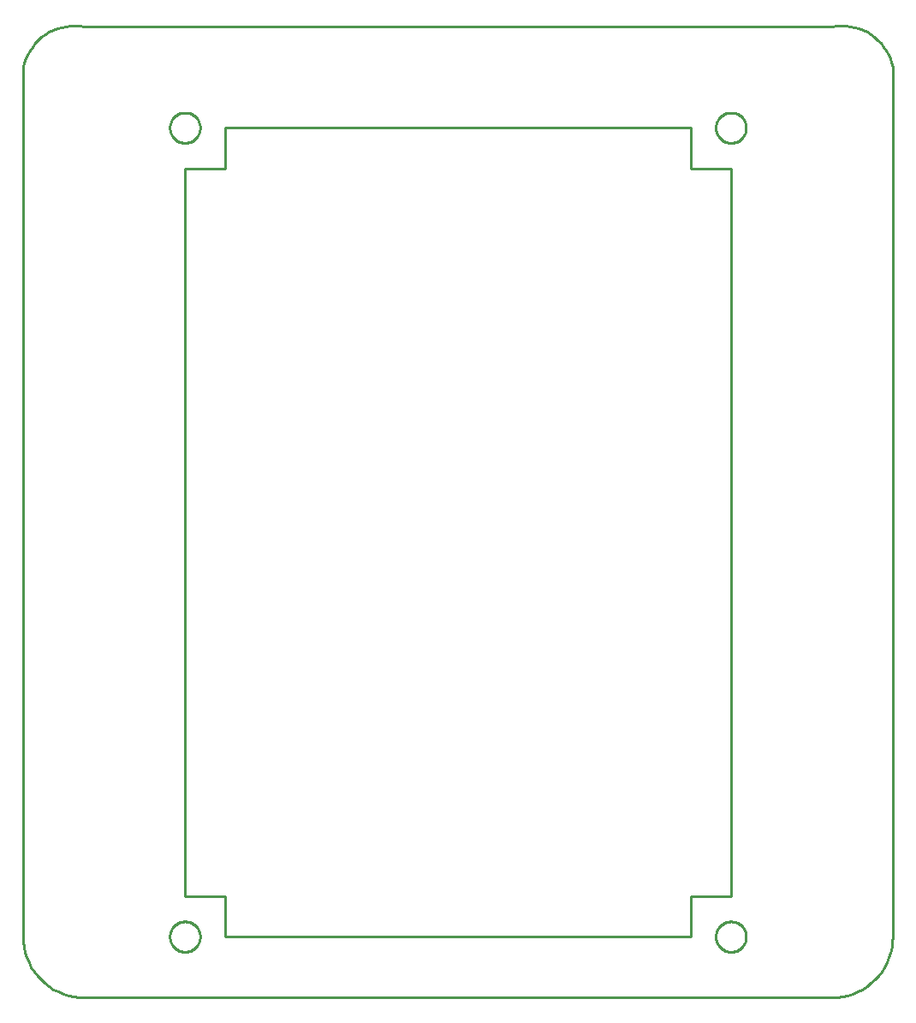
<source format=gbr>
G04 EAGLE Gerber RS-274X export*
G75*
%MOMM*%
%FSLAX34Y34*%
%LPD*%
%IN*%
%IPPOS*%
%AMOC8*
5,1,8,0,0,1.08239X$1,22.5*%
G01*
%ADD10C,0.000000*%
%ADD11C,0.010000*%
%ADD12C,0.254000*%


D10*
X15000Y30000D02*
X15005Y30368D01*
X15018Y30736D01*
X15041Y31103D01*
X15072Y31470D01*
X15113Y31836D01*
X15162Y32201D01*
X15221Y32564D01*
X15288Y32926D01*
X15364Y33287D01*
X15450Y33645D01*
X15543Y34001D01*
X15646Y34354D01*
X15757Y34705D01*
X15877Y35053D01*
X16005Y35398D01*
X16142Y35740D01*
X16287Y36079D01*
X16440Y36413D01*
X16602Y36744D01*
X16771Y37071D01*
X16949Y37393D01*
X17134Y37712D01*
X17327Y38025D01*
X17528Y38334D01*
X17736Y38637D01*
X17952Y38935D01*
X18175Y39228D01*
X18405Y39516D01*
X18642Y39798D01*
X18886Y40073D01*
X19136Y40343D01*
X19393Y40607D01*
X19657Y40864D01*
X19927Y41114D01*
X20202Y41358D01*
X20484Y41595D01*
X20772Y41825D01*
X21065Y42048D01*
X21363Y42264D01*
X21666Y42472D01*
X21975Y42673D01*
X22288Y42866D01*
X22607Y43051D01*
X22929Y43229D01*
X23256Y43398D01*
X23587Y43560D01*
X23921Y43713D01*
X24260Y43858D01*
X24602Y43995D01*
X24947Y44123D01*
X25295Y44243D01*
X25646Y44354D01*
X25999Y44457D01*
X26355Y44550D01*
X26713Y44636D01*
X27074Y44712D01*
X27436Y44779D01*
X27799Y44838D01*
X28164Y44887D01*
X28530Y44928D01*
X28897Y44959D01*
X29264Y44982D01*
X29632Y44995D01*
X30000Y45000D01*
X30368Y44995D01*
X30736Y44982D01*
X31103Y44959D01*
X31470Y44928D01*
X31836Y44887D01*
X32201Y44838D01*
X32564Y44779D01*
X32926Y44712D01*
X33287Y44636D01*
X33645Y44550D01*
X34001Y44457D01*
X34354Y44354D01*
X34705Y44243D01*
X35053Y44123D01*
X35398Y43995D01*
X35740Y43858D01*
X36079Y43713D01*
X36413Y43560D01*
X36744Y43398D01*
X37071Y43229D01*
X37393Y43051D01*
X37712Y42866D01*
X38025Y42673D01*
X38334Y42472D01*
X38637Y42264D01*
X38935Y42048D01*
X39228Y41825D01*
X39516Y41595D01*
X39798Y41358D01*
X40073Y41114D01*
X40343Y40864D01*
X40607Y40607D01*
X40864Y40343D01*
X41114Y40073D01*
X41358Y39798D01*
X41595Y39516D01*
X41825Y39228D01*
X42048Y38935D01*
X42264Y38637D01*
X42472Y38334D01*
X42673Y38025D01*
X42866Y37712D01*
X43051Y37393D01*
X43229Y37071D01*
X43398Y36744D01*
X43560Y36413D01*
X43713Y36079D01*
X43858Y35740D01*
X43995Y35398D01*
X44123Y35053D01*
X44243Y34705D01*
X44354Y34354D01*
X44457Y34001D01*
X44550Y33645D01*
X44636Y33287D01*
X44712Y32926D01*
X44779Y32564D01*
X44838Y32201D01*
X44887Y31836D01*
X44928Y31470D01*
X44959Y31103D01*
X44982Y30736D01*
X44995Y30368D01*
X45000Y30000D01*
X44995Y29632D01*
X44982Y29264D01*
X44959Y28897D01*
X44928Y28530D01*
X44887Y28164D01*
X44838Y27799D01*
X44779Y27436D01*
X44712Y27074D01*
X44636Y26713D01*
X44550Y26355D01*
X44457Y25999D01*
X44354Y25646D01*
X44243Y25295D01*
X44123Y24947D01*
X43995Y24602D01*
X43858Y24260D01*
X43713Y23921D01*
X43560Y23587D01*
X43398Y23256D01*
X43229Y22929D01*
X43051Y22607D01*
X42866Y22288D01*
X42673Y21975D01*
X42472Y21666D01*
X42264Y21363D01*
X42048Y21065D01*
X41825Y20772D01*
X41595Y20484D01*
X41358Y20202D01*
X41114Y19927D01*
X40864Y19657D01*
X40607Y19393D01*
X40343Y19136D01*
X40073Y18886D01*
X39798Y18642D01*
X39516Y18405D01*
X39228Y18175D01*
X38935Y17952D01*
X38637Y17736D01*
X38334Y17528D01*
X38025Y17327D01*
X37712Y17134D01*
X37393Y16949D01*
X37071Y16771D01*
X36744Y16602D01*
X36413Y16440D01*
X36079Y16287D01*
X35740Y16142D01*
X35398Y16005D01*
X35053Y15877D01*
X34705Y15757D01*
X34354Y15646D01*
X34001Y15543D01*
X33645Y15450D01*
X33287Y15364D01*
X32926Y15288D01*
X32564Y15221D01*
X32201Y15162D01*
X31836Y15113D01*
X31470Y15072D01*
X31103Y15041D01*
X30736Y15018D01*
X30368Y15005D01*
X30000Y15000D01*
X29632Y15005D01*
X29264Y15018D01*
X28897Y15041D01*
X28530Y15072D01*
X28164Y15113D01*
X27799Y15162D01*
X27436Y15221D01*
X27074Y15288D01*
X26713Y15364D01*
X26355Y15450D01*
X25999Y15543D01*
X25646Y15646D01*
X25295Y15757D01*
X24947Y15877D01*
X24602Y16005D01*
X24260Y16142D01*
X23921Y16287D01*
X23587Y16440D01*
X23256Y16602D01*
X22929Y16771D01*
X22607Y16949D01*
X22288Y17134D01*
X21975Y17327D01*
X21666Y17528D01*
X21363Y17736D01*
X21065Y17952D01*
X20772Y18175D01*
X20484Y18405D01*
X20202Y18642D01*
X19927Y18886D01*
X19657Y19136D01*
X19393Y19393D01*
X19136Y19657D01*
X18886Y19927D01*
X18642Y20202D01*
X18405Y20484D01*
X18175Y20772D01*
X17952Y21065D01*
X17736Y21363D01*
X17528Y21666D01*
X17327Y21975D01*
X17134Y22288D01*
X16949Y22607D01*
X16771Y22929D01*
X16602Y23256D01*
X16440Y23587D01*
X16287Y23921D01*
X16142Y24260D01*
X16005Y24602D01*
X15877Y24947D01*
X15757Y25295D01*
X15646Y25646D01*
X15543Y25999D01*
X15450Y26355D01*
X15364Y26713D01*
X15288Y27074D01*
X15221Y27436D01*
X15162Y27799D01*
X15113Y28164D01*
X15072Y28530D01*
X15041Y28897D01*
X15018Y29264D01*
X15005Y29632D01*
X15000Y30000D01*
X555000Y30000D02*
X555005Y30368D01*
X555018Y30736D01*
X555041Y31103D01*
X555072Y31470D01*
X555113Y31836D01*
X555162Y32201D01*
X555221Y32564D01*
X555288Y32926D01*
X555364Y33287D01*
X555450Y33645D01*
X555543Y34001D01*
X555646Y34354D01*
X555757Y34705D01*
X555877Y35053D01*
X556005Y35398D01*
X556142Y35740D01*
X556287Y36079D01*
X556440Y36413D01*
X556602Y36744D01*
X556771Y37071D01*
X556949Y37393D01*
X557134Y37712D01*
X557327Y38025D01*
X557528Y38334D01*
X557736Y38637D01*
X557952Y38935D01*
X558175Y39228D01*
X558405Y39516D01*
X558642Y39798D01*
X558886Y40073D01*
X559136Y40343D01*
X559393Y40607D01*
X559657Y40864D01*
X559927Y41114D01*
X560202Y41358D01*
X560484Y41595D01*
X560772Y41825D01*
X561065Y42048D01*
X561363Y42264D01*
X561666Y42472D01*
X561975Y42673D01*
X562288Y42866D01*
X562607Y43051D01*
X562929Y43229D01*
X563256Y43398D01*
X563587Y43560D01*
X563921Y43713D01*
X564260Y43858D01*
X564602Y43995D01*
X564947Y44123D01*
X565295Y44243D01*
X565646Y44354D01*
X565999Y44457D01*
X566355Y44550D01*
X566713Y44636D01*
X567074Y44712D01*
X567436Y44779D01*
X567799Y44838D01*
X568164Y44887D01*
X568530Y44928D01*
X568897Y44959D01*
X569264Y44982D01*
X569632Y44995D01*
X570000Y45000D01*
X570368Y44995D01*
X570736Y44982D01*
X571103Y44959D01*
X571470Y44928D01*
X571836Y44887D01*
X572201Y44838D01*
X572564Y44779D01*
X572926Y44712D01*
X573287Y44636D01*
X573645Y44550D01*
X574001Y44457D01*
X574354Y44354D01*
X574705Y44243D01*
X575053Y44123D01*
X575398Y43995D01*
X575740Y43858D01*
X576079Y43713D01*
X576413Y43560D01*
X576744Y43398D01*
X577071Y43229D01*
X577393Y43051D01*
X577712Y42866D01*
X578025Y42673D01*
X578334Y42472D01*
X578637Y42264D01*
X578935Y42048D01*
X579228Y41825D01*
X579516Y41595D01*
X579798Y41358D01*
X580073Y41114D01*
X580343Y40864D01*
X580607Y40607D01*
X580864Y40343D01*
X581114Y40073D01*
X581358Y39798D01*
X581595Y39516D01*
X581825Y39228D01*
X582048Y38935D01*
X582264Y38637D01*
X582472Y38334D01*
X582673Y38025D01*
X582866Y37712D01*
X583051Y37393D01*
X583229Y37071D01*
X583398Y36744D01*
X583560Y36413D01*
X583713Y36079D01*
X583858Y35740D01*
X583995Y35398D01*
X584123Y35053D01*
X584243Y34705D01*
X584354Y34354D01*
X584457Y34001D01*
X584550Y33645D01*
X584636Y33287D01*
X584712Y32926D01*
X584779Y32564D01*
X584838Y32201D01*
X584887Y31836D01*
X584928Y31470D01*
X584959Y31103D01*
X584982Y30736D01*
X584995Y30368D01*
X585000Y30000D01*
X584995Y29632D01*
X584982Y29264D01*
X584959Y28897D01*
X584928Y28530D01*
X584887Y28164D01*
X584838Y27799D01*
X584779Y27436D01*
X584712Y27074D01*
X584636Y26713D01*
X584550Y26355D01*
X584457Y25999D01*
X584354Y25646D01*
X584243Y25295D01*
X584123Y24947D01*
X583995Y24602D01*
X583858Y24260D01*
X583713Y23921D01*
X583560Y23587D01*
X583398Y23256D01*
X583229Y22929D01*
X583051Y22607D01*
X582866Y22288D01*
X582673Y21975D01*
X582472Y21666D01*
X582264Y21363D01*
X582048Y21065D01*
X581825Y20772D01*
X581595Y20484D01*
X581358Y20202D01*
X581114Y19927D01*
X580864Y19657D01*
X580607Y19393D01*
X580343Y19136D01*
X580073Y18886D01*
X579798Y18642D01*
X579516Y18405D01*
X579228Y18175D01*
X578935Y17952D01*
X578637Y17736D01*
X578334Y17528D01*
X578025Y17327D01*
X577712Y17134D01*
X577393Y16949D01*
X577071Y16771D01*
X576744Y16602D01*
X576413Y16440D01*
X576079Y16287D01*
X575740Y16142D01*
X575398Y16005D01*
X575053Y15877D01*
X574705Y15757D01*
X574354Y15646D01*
X574001Y15543D01*
X573645Y15450D01*
X573287Y15364D01*
X572926Y15288D01*
X572564Y15221D01*
X572201Y15162D01*
X571836Y15113D01*
X571470Y15072D01*
X571103Y15041D01*
X570736Y15018D01*
X570368Y15005D01*
X570000Y15000D01*
X569632Y15005D01*
X569264Y15018D01*
X568897Y15041D01*
X568530Y15072D01*
X568164Y15113D01*
X567799Y15162D01*
X567436Y15221D01*
X567074Y15288D01*
X566713Y15364D01*
X566355Y15450D01*
X565999Y15543D01*
X565646Y15646D01*
X565295Y15757D01*
X564947Y15877D01*
X564602Y16005D01*
X564260Y16142D01*
X563921Y16287D01*
X563587Y16440D01*
X563256Y16602D01*
X562929Y16771D01*
X562607Y16949D01*
X562288Y17134D01*
X561975Y17327D01*
X561666Y17528D01*
X561363Y17736D01*
X561065Y17952D01*
X560772Y18175D01*
X560484Y18405D01*
X560202Y18642D01*
X559927Y18886D01*
X559657Y19136D01*
X559393Y19393D01*
X559136Y19657D01*
X558886Y19927D01*
X558642Y20202D01*
X558405Y20484D01*
X558175Y20772D01*
X557952Y21065D01*
X557736Y21363D01*
X557528Y21666D01*
X557327Y21975D01*
X557134Y22288D01*
X556949Y22607D01*
X556771Y22929D01*
X556602Y23256D01*
X556440Y23587D01*
X556287Y23921D01*
X556142Y24260D01*
X556005Y24602D01*
X555877Y24947D01*
X555757Y25295D01*
X555646Y25646D01*
X555543Y25999D01*
X555450Y26355D01*
X555364Y26713D01*
X555288Y27074D01*
X555221Y27436D01*
X555162Y27799D01*
X555113Y28164D01*
X555072Y28530D01*
X555041Y28897D01*
X555018Y29264D01*
X555005Y29632D01*
X555000Y30000D01*
X555000Y830000D02*
X555005Y830368D01*
X555018Y830736D01*
X555041Y831103D01*
X555072Y831470D01*
X555113Y831836D01*
X555162Y832201D01*
X555221Y832564D01*
X555288Y832926D01*
X555364Y833287D01*
X555450Y833645D01*
X555543Y834001D01*
X555646Y834354D01*
X555757Y834705D01*
X555877Y835053D01*
X556005Y835398D01*
X556142Y835740D01*
X556287Y836079D01*
X556440Y836413D01*
X556602Y836744D01*
X556771Y837071D01*
X556949Y837393D01*
X557134Y837712D01*
X557327Y838025D01*
X557528Y838334D01*
X557736Y838637D01*
X557952Y838935D01*
X558175Y839228D01*
X558405Y839516D01*
X558642Y839798D01*
X558886Y840073D01*
X559136Y840343D01*
X559393Y840607D01*
X559657Y840864D01*
X559927Y841114D01*
X560202Y841358D01*
X560484Y841595D01*
X560772Y841825D01*
X561065Y842048D01*
X561363Y842264D01*
X561666Y842472D01*
X561975Y842673D01*
X562288Y842866D01*
X562607Y843051D01*
X562929Y843229D01*
X563256Y843398D01*
X563587Y843560D01*
X563921Y843713D01*
X564260Y843858D01*
X564602Y843995D01*
X564947Y844123D01*
X565295Y844243D01*
X565646Y844354D01*
X565999Y844457D01*
X566355Y844550D01*
X566713Y844636D01*
X567074Y844712D01*
X567436Y844779D01*
X567799Y844838D01*
X568164Y844887D01*
X568530Y844928D01*
X568897Y844959D01*
X569264Y844982D01*
X569632Y844995D01*
X570000Y845000D01*
X570368Y844995D01*
X570736Y844982D01*
X571103Y844959D01*
X571470Y844928D01*
X571836Y844887D01*
X572201Y844838D01*
X572564Y844779D01*
X572926Y844712D01*
X573287Y844636D01*
X573645Y844550D01*
X574001Y844457D01*
X574354Y844354D01*
X574705Y844243D01*
X575053Y844123D01*
X575398Y843995D01*
X575740Y843858D01*
X576079Y843713D01*
X576413Y843560D01*
X576744Y843398D01*
X577071Y843229D01*
X577393Y843051D01*
X577712Y842866D01*
X578025Y842673D01*
X578334Y842472D01*
X578637Y842264D01*
X578935Y842048D01*
X579228Y841825D01*
X579516Y841595D01*
X579798Y841358D01*
X580073Y841114D01*
X580343Y840864D01*
X580607Y840607D01*
X580864Y840343D01*
X581114Y840073D01*
X581358Y839798D01*
X581595Y839516D01*
X581825Y839228D01*
X582048Y838935D01*
X582264Y838637D01*
X582472Y838334D01*
X582673Y838025D01*
X582866Y837712D01*
X583051Y837393D01*
X583229Y837071D01*
X583398Y836744D01*
X583560Y836413D01*
X583713Y836079D01*
X583858Y835740D01*
X583995Y835398D01*
X584123Y835053D01*
X584243Y834705D01*
X584354Y834354D01*
X584457Y834001D01*
X584550Y833645D01*
X584636Y833287D01*
X584712Y832926D01*
X584779Y832564D01*
X584838Y832201D01*
X584887Y831836D01*
X584928Y831470D01*
X584959Y831103D01*
X584982Y830736D01*
X584995Y830368D01*
X585000Y830000D01*
X584995Y829632D01*
X584982Y829264D01*
X584959Y828897D01*
X584928Y828530D01*
X584887Y828164D01*
X584838Y827799D01*
X584779Y827436D01*
X584712Y827074D01*
X584636Y826713D01*
X584550Y826355D01*
X584457Y825999D01*
X584354Y825646D01*
X584243Y825295D01*
X584123Y824947D01*
X583995Y824602D01*
X583858Y824260D01*
X583713Y823921D01*
X583560Y823587D01*
X583398Y823256D01*
X583229Y822929D01*
X583051Y822607D01*
X582866Y822288D01*
X582673Y821975D01*
X582472Y821666D01*
X582264Y821363D01*
X582048Y821065D01*
X581825Y820772D01*
X581595Y820484D01*
X581358Y820202D01*
X581114Y819927D01*
X580864Y819657D01*
X580607Y819393D01*
X580343Y819136D01*
X580073Y818886D01*
X579798Y818642D01*
X579516Y818405D01*
X579228Y818175D01*
X578935Y817952D01*
X578637Y817736D01*
X578334Y817528D01*
X578025Y817327D01*
X577712Y817134D01*
X577393Y816949D01*
X577071Y816771D01*
X576744Y816602D01*
X576413Y816440D01*
X576079Y816287D01*
X575740Y816142D01*
X575398Y816005D01*
X575053Y815877D01*
X574705Y815757D01*
X574354Y815646D01*
X574001Y815543D01*
X573645Y815450D01*
X573287Y815364D01*
X572926Y815288D01*
X572564Y815221D01*
X572201Y815162D01*
X571836Y815113D01*
X571470Y815072D01*
X571103Y815041D01*
X570736Y815018D01*
X570368Y815005D01*
X570000Y815000D01*
X569632Y815005D01*
X569264Y815018D01*
X568897Y815041D01*
X568530Y815072D01*
X568164Y815113D01*
X567799Y815162D01*
X567436Y815221D01*
X567074Y815288D01*
X566713Y815364D01*
X566355Y815450D01*
X565999Y815543D01*
X565646Y815646D01*
X565295Y815757D01*
X564947Y815877D01*
X564602Y816005D01*
X564260Y816142D01*
X563921Y816287D01*
X563587Y816440D01*
X563256Y816602D01*
X562929Y816771D01*
X562607Y816949D01*
X562288Y817134D01*
X561975Y817327D01*
X561666Y817528D01*
X561363Y817736D01*
X561065Y817952D01*
X560772Y818175D01*
X560484Y818405D01*
X560202Y818642D01*
X559927Y818886D01*
X559657Y819136D01*
X559393Y819393D01*
X559136Y819657D01*
X558886Y819927D01*
X558642Y820202D01*
X558405Y820484D01*
X558175Y820772D01*
X557952Y821065D01*
X557736Y821363D01*
X557528Y821666D01*
X557327Y821975D01*
X557134Y822288D01*
X556949Y822607D01*
X556771Y822929D01*
X556602Y823256D01*
X556440Y823587D01*
X556287Y823921D01*
X556142Y824260D01*
X556005Y824602D01*
X555877Y824947D01*
X555757Y825295D01*
X555646Y825646D01*
X555543Y825999D01*
X555450Y826355D01*
X555364Y826713D01*
X555288Y827074D01*
X555221Y827436D01*
X555162Y827799D01*
X555113Y828164D01*
X555072Y828530D01*
X555041Y828897D01*
X555018Y829264D01*
X555005Y829632D01*
X555000Y830000D01*
X15000Y830000D02*
X15005Y830368D01*
X15018Y830736D01*
X15041Y831103D01*
X15072Y831470D01*
X15113Y831836D01*
X15162Y832201D01*
X15221Y832564D01*
X15288Y832926D01*
X15364Y833287D01*
X15450Y833645D01*
X15543Y834001D01*
X15646Y834354D01*
X15757Y834705D01*
X15877Y835053D01*
X16005Y835398D01*
X16142Y835740D01*
X16287Y836079D01*
X16440Y836413D01*
X16602Y836744D01*
X16771Y837071D01*
X16949Y837393D01*
X17134Y837712D01*
X17327Y838025D01*
X17528Y838334D01*
X17736Y838637D01*
X17952Y838935D01*
X18175Y839228D01*
X18405Y839516D01*
X18642Y839798D01*
X18886Y840073D01*
X19136Y840343D01*
X19393Y840607D01*
X19657Y840864D01*
X19927Y841114D01*
X20202Y841358D01*
X20484Y841595D01*
X20772Y841825D01*
X21065Y842048D01*
X21363Y842264D01*
X21666Y842472D01*
X21975Y842673D01*
X22288Y842866D01*
X22607Y843051D01*
X22929Y843229D01*
X23256Y843398D01*
X23587Y843560D01*
X23921Y843713D01*
X24260Y843858D01*
X24602Y843995D01*
X24947Y844123D01*
X25295Y844243D01*
X25646Y844354D01*
X25999Y844457D01*
X26355Y844550D01*
X26713Y844636D01*
X27074Y844712D01*
X27436Y844779D01*
X27799Y844838D01*
X28164Y844887D01*
X28530Y844928D01*
X28897Y844959D01*
X29264Y844982D01*
X29632Y844995D01*
X30000Y845000D01*
X30368Y844995D01*
X30736Y844982D01*
X31103Y844959D01*
X31470Y844928D01*
X31836Y844887D01*
X32201Y844838D01*
X32564Y844779D01*
X32926Y844712D01*
X33287Y844636D01*
X33645Y844550D01*
X34001Y844457D01*
X34354Y844354D01*
X34705Y844243D01*
X35053Y844123D01*
X35398Y843995D01*
X35740Y843858D01*
X36079Y843713D01*
X36413Y843560D01*
X36744Y843398D01*
X37071Y843229D01*
X37393Y843051D01*
X37712Y842866D01*
X38025Y842673D01*
X38334Y842472D01*
X38637Y842264D01*
X38935Y842048D01*
X39228Y841825D01*
X39516Y841595D01*
X39798Y841358D01*
X40073Y841114D01*
X40343Y840864D01*
X40607Y840607D01*
X40864Y840343D01*
X41114Y840073D01*
X41358Y839798D01*
X41595Y839516D01*
X41825Y839228D01*
X42048Y838935D01*
X42264Y838637D01*
X42472Y838334D01*
X42673Y838025D01*
X42866Y837712D01*
X43051Y837393D01*
X43229Y837071D01*
X43398Y836744D01*
X43560Y836413D01*
X43713Y836079D01*
X43858Y835740D01*
X43995Y835398D01*
X44123Y835053D01*
X44243Y834705D01*
X44354Y834354D01*
X44457Y834001D01*
X44550Y833645D01*
X44636Y833287D01*
X44712Y832926D01*
X44779Y832564D01*
X44838Y832201D01*
X44887Y831836D01*
X44928Y831470D01*
X44959Y831103D01*
X44982Y830736D01*
X44995Y830368D01*
X45000Y830000D01*
X44995Y829632D01*
X44982Y829264D01*
X44959Y828897D01*
X44928Y828530D01*
X44887Y828164D01*
X44838Y827799D01*
X44779Y827436D01*
X44712Y827074D01*
X44636Y826713D01*
X44550Y826355D01*
X44457Y825999D01*
X44354Y825646D01*
X44243Y825295D01*
X44123Y824947D01*
X43995Y824602D01*
X43858Y824260D01*
X43713Y823921D01*
X43560Y823587D01*
X43398Y823256D01*
X43229Y822929D01*
X43051Y822607D01*
X42866Y822288D01*
X42673Y821975D01*
X42472Y821666D01*
X42264Y821363D01*
X42048Y821065D01*
X41825Y820772D01*
X41595Y820484D01*
X41358Y820202D01*
X41114Y819927D01*
X40864Y819657D01*
X40607Y819393D01*
X40343Y819136D01*
X40073Y818886D01*
X39798Y818642D01*
X39516Y818405D01*
X39228Y818175D01*
X38935Y817952D01*
X38637Y817736D01*
X38334Y817528D01*
X38025Y817327D01*
X37712Y817134D01*
X37393Y816949D01*
X37071Y816771D01*
X36744Y816602D01*
X36413Y816440D01*
X36079Y816287D01*
X35740Y816142D01*
X35398Y816005D01*
X35053Y815877D01*
X34705Y815757D01*
X34354Y815646D01*
X34001Y815543D01*
X33645Y815450D01*
X33287Y815364D01*
X32926Y815288D01*
X32564Y815221D01*
X32201Y815162D01*
X31836Y815113D01*
X31470Y815072D01*
X31103Y815041D01*
X30736Y815018D01*
X30368Y815005D01*
X30000Y815000D01*
X29632Y815005D01*
X29264Y815018D01*
X28897Y815041D01*
X28530Y815072D01*
X28164Y815113D01*
X27799Y815162D01*
X27436Y815221D01*
X27074Y815288D01*
X26713Y815364D01*
X26355Y815450D01*
X25999Y815543D01*
X25646Y815646D01*
X25295Y815757D01*
X24947Y815877D01*
X24602Y816005D01*
X24260Y816142D01*
X23921Y816287D01*
X23587Y816440D01*
X23256Y816602D01*
X22929Y816771D01*
X22607Y816949D01*
X22288Y817134D01*
X21975Y817327D01*
X21666Y817528D01*
X21363Y817736D01*
X21065Y817952D01*
X20772Y818175D01*
X20484Y818405D01*
X20202Y818642D01*
X19927Y818886D01*
X19657Y819136D01*
X19393Y819393D01*
X19136Y819657D01*
X18886Y819927D01*
X18642Y820202D01*
X18405Y820484D01*
X18175Y820772D01*
X17952Y821065D01*
X17736Y821363D01*
X17528Y821666D01*
X17327Y821975D01*
X17134Y822288D01*
X16949Y822607D01*
X16771Y822929D01*
X16602Y823256D01*
X16440Y823587D01*
X16287Y823921D01*
X16142Y824260D01*
X16005Y824602D01*
X15877Y824947D01*
X15757Y825295D01*
X15646Y825646D01*
X15543Y825999D01*
X15450Y826355D01*
X15364Y826713D01*
X15288Y827074D01*
X15221Y827436D01*
X15162Y827799D01*
X15113Y828164D01*
X15072Y828530D01*
X15041Y828897D01*
X15018Y829264D01*
X15005Y829632D01*
X15000Y830000D01*
D11*
X70000Y70000D02*
X70000Y30000D01*
X70000Y70000D02*
X30000Y70000D01*
X30000Y790000D01*
X70000Y790000D01*
X70000Y830000D01*
X530000Y830000D01*
X530000Y790000D01*
X570000Y790000D01*
X570000Y70000D01*
X530000Y70000D01*
X530000Y30000D01*
X70000Y30000D01*
X-130000Y30000D02*
X-130000Y890000D01*
X-70000Y930000D02*
X670000Y930000D01*
X730000Y890000D02*
X730000Y30000D01*
X670000Y-30000D02*
X-70000Y-30000D01*
X-130000Y890000D02*
X-129739Y891224D01*
X-129449Y892441D01*
X-129129Y893651D01*
X-128779Y894853D01*
X-128400Y896045D01*
X-127991Y897228D01*
X-127554Y898401D01*
X-127088Y899562D01*
X-126594Y900712D01*
X-126072Y901849D01*
X-125522Y902973D01*
X-124944Y904084D01*
X-124339Y905179D01*
X-123708Y906260D01*
X-123051Y907325D01*
X-122367Y908373D01*
X-121658Y909404D01*
X-120924Y910418D01*
X-120165Y911413D01*
X-119382Y912389D01*
X-118575Y913346D01*
X-117745Y914282D01*
X-116893Y915198D01*
X-116018Y916093D01*
X-115121Y916966D01*
X-114203Y917817D01*
X-113265Y918645D01*
X-112306Y919450D01*
X-111329Y920231D01*
X-110332Y920987D01*
X-109317Y921719D01*
X-108284Y922426D01*
X-107234Y923108D01*
X-106168Y923763D01*
X-105086Y924392D01*
X-103989Y924994D01*
X-102878Y925569D01*
X-101753Y926117D01*
X-100614Y926637D01*
X-99464Y927129D01*
X-98301Y927592D01*
X-97128Y928027D01*
X-95944Y928433D01*
X-94751Y928810D01*
X-93548Y929157D01*
X-92338Y929475D01*
X-91120Y929763D01*
X-89895Y930021D01*
X-88665Y930248D01*
X-87429Y930446D01*
X-86189Y930613D01*
X-84945Y930750D01*
X-83698Y930856D01*
X-82449Y930931D01*
X-81198Y930976D01*
X-79947Y930990D01*
X-78695Y930973D01*
X-77445Y930926D01*
X-76196Y930848D01*
X-74949Y930739D01*
X-73705Y930600D01*
X-72465Y930430D01*
X-71230Y930230D01*
X-70000Y930000D01*
X670000Y930000D02*
X671211Y930227D01*
X672427Y930425D01*
X673648Y930593D01*
X674872Y930732D01*
X676100Y930841D01*
X677329Y930920D01*
X678561Y930970D01*
X679793Y930990D01*
X681025Y930980D01*
X682256Y930940D01*
X683487Y930871D01*
X684715Y930772D01*
X685940Y930643D01*
X687162Y930484D01*
X688380Y930297D01*
X689593Y930079D01*
X690800Y929833D01*
X692001Y929558D01*
X693195Y929253D01*
X694382Y928920D01*
X695559Y928558D01*
X696728Y928168D01*
X697887Y927750D01*
X699036Y927303D01*
X700173Y926830D01*
X701299Y926329D01*
X702412Y925800D01*
X703512Y925245D01*
X704599Y924664D01*
X705671Y924057D01*
X706728Y923423D01*
X707769Y922765D01*
X708795Y922081D01*
X709803Y921373D01*
X710794Y920641D01*
X711767Y919885D01*
X712722Y919106D01*
X713657Y918304D01*
X714573Y917479D01*
X715468Y916633D01*
X716343Y915765D01*
X717197Y914877D01*
X718029Y913968D01*
X718838Y913039D01*
X719625Y912091D01*
X720389Y911124D01*
X721130Y910139D01*
X721846Y909136D01*
X722538Y908116D01*
X723205Y907080D01*
X723846Y906028D01*
X724462Y904961D01*
X725053Y903880D01*
X725617Y902784D01*
X726154Y901675D01*
X726664Y900554D01*
X727147Y899420D01*
X727603Y898275D01*
X728030Y897119D01*
X728430Y895954D01*
X728801Y894779D01*
X729144Y893595D01*
X729458Y892404D01*
X729744Y891205D01*
X730000Y890000D01*
X730000Y30000D02*
X729982Y28550D01*
X729930Y27101D01*
X729842Y25654D01*
X729720Y24209D01*
X729563Y22768D01*
X729370Y21331D01*
X729144Y19899D01*
X728882Y18472D01*
X728586Y17053D01*
X728257Y15641D01*
X727893Y14238D01*
X727495Y12843D01*
X727063Y11459D01*
X726599Y10086D01*
X726101Y8724D01*
X725570Y7374D01*
X725008Y6038D01*
X724412Y4716D01*
X723786Y3409D01*
X723127Y2117D01*
X722438Y841D01*
X721718Y-418D01*
X720968Y-1658D01*
X720188Y-2881D01*
X719379Y-4084D01*
X718541Y-5267D01*
X717675Y-6430D01*
X716780Y-7571D01*
X715859Y-8691D01*
X714911Y-9787D01*
X713936Y-10861D01*
X712936Y-11911D01*
X711911Y-12936D01*
X710861Y-13936D01*
X709787Y-14911D01*
X708691Y-15859D01*
X707571Y-16780D01*
X706430Y-17675D01*
X705267Y-18541D01*
X704084Y-19379D01*
X702881Y-20188D01*
X701658Y-20968D01*
X700418Y-21718D01*
X699159Y-22438D01*
X697883Y-23127D01*
X696591Y-23786D01*
X695284Y-24412D01*
X693962Y-25008D01*
X692626Y-25570D01*
X691276Y-26101D01*
X689914Y-26599D01*
X688541Y-27063D01*
X687157Y-27495D01*
X685762Y-27893D01*
X684359Y-28257D01*
X682947Y-28586D01*
X681528Y-28882D01*
X680101Y-29144D01*
X678669Y-29370D01*
X677232Y-29563D01*
X675791Y-29720D01*
X674346Y-29842D01*
X672899Y-29930D01*
X671450Y-29982D01*
X670000Y-30000D01*
X-70000Y-30000D02*
X-71450Y-29982D01*
X-72899Y-29930D01*
X-74346Y-29842D01*
X-75791Y-29720D01*
X-77232Y-29563D01*
X-78669Y-29370D01*
X-80101Y-29144D01*
X-81528Y-28882D01*
X-82947Y-28586D01*
X-84359Y-28257D01*
X-85762Y-27893D01*
X-87157Y-27495D01*
X-88541Y-27063D01*
X-89914Y-26599D01*
X-91276Y-26101D01*
X-92626Y-25570D01*
X-93962Y-25008D01*
X-95284Y-24412D01*
X-96591Y-23786D01*
X-97883Y-23127D01*
X-99159Y-22438D01*
X-100418Y-21718D01*
X-101658Y-20968D01*
X-102881Y-20188D01*
X-104084Y-19379D01*
X-105267Y-18541D01*
X-106430Y-17675D01*
X-107571Y-16780D01*
X-108691Y-15859D01*
X-109787Y-14911D01*
X-110861Y-13936D01*
X-111911Y-12936D01*
X-112936Y-11911D01*
X-113936Y-10861D01*
X-114911Y-9787D01*
X-115859Y-8691D01*
X-116780Y-7571D01*
X-117675Y-6430D01*
X-118541Y-5267D01*
X-119379Y-4084D01*
X-120188Y-2881D01*
X-120968Y-1658D01*
X-121718Y-418D01*
X-122438Y841D01*
X-123127Y2117D01*
X-123786Y3409D01*
X-124412Y4716D01*
X-125008Y6038D01*
X-125570Y7374D01*
X-126101Y8724D01*
X-126599Y10086D01*
X-127063Y11459D01*
X-127495Y12843D01*
X-127893Y14238D01*
X-128257Y15641D01*
X-128586Y17053D01*
X-128882Y18472D01*
X-129144Y19899D01*
X-129370Y21331D01*
X-129563Y22768D01*
X-129720Y24209D01*
X-129842Y25654D01*
X-129930Y27101D01*
X-129982Y28550D01*
X-130000Y30000D01*
D12*
X-130000Y30000D02*
X-129772Y24771D01*
X-129088Y19581D01*
X-127956Y14471D01*
X-126382Y9479D01*
X-124378Y4643D01*
X-121962Y0D01*
X-119149Y-4415D01*
X-115963Y-8567D01*
X-112426Y-12426D01*
X-108567Y-15963D01*
X-104415Y-19149D01*
X-100000Y-21962D01*
X-95357Y-24378D01*
X-90521Y-26382D01*
X-85529Y-27956D01*
X-80419Y-29088D01*
X-75229Y-29772D01*
X-70000Y-30000D01*
X670000Y-30000D01*
X675229Y-29772D01*
X680419Y-29089D01*
X685529Y-27956D01*
X690521Y-26382D01*
X695357Y-24379D01*
X700000Y-21962D01*
X704415Y-19149D01*
X708567Y-15963D01*
X712426Y-12426D01*
X715963Y-8567D01*
X719149Y-4415D01*
X721962Y0D01*
X724378Y4643D01*
X726382Y9479D01*
X727956Y14471D01*
X729088Y19581D01*
X729772Y24771D01*
X730000Y30000D01*
X730000Y890000D01*
X728938Y894320D01*
X727504Y898531D01*
X725708Y902600D01*
X723564Y906498D01*
X721089Y910194D01*
X718301Y913660D01*
X715222Y916870D01*
X711874Y919800D01*
X708284Y922426D01*
X704479Y924730D01*
X700487Y926693D01*
X696340Y928301D01*
X692068Y929542D01*
X687704Y930405D01*
X683282Y930884D01*
X678834Y930977D01*
X674396Y930681D01*
X670000Y930000D01*
X-70000Y930000D01*
X-74396Y930681D01*
X-78834Y930977D01*
X-83282Y930884D01*
X-87704Y930405D01*
X-92068Y929542D01*
X-96340Y928301D01*
X-100487Y926693D01*
X-104479Y924730D01*
X-108284Y922426D01*
X-111874Y919800D01*
X-115222Y916870D01*
X-118301Y913660D01*
X-121089Y910194D01*
X-123564Y906498D01*
X-125708Y902600D01*
X-127504Y898531D01*
X-128938Y894320D01*
X-130000Y890000D01*
X-130000Y30000D01*
X30000Y70000D02*
X70000Y70000D01*
X70000Y30000D01*
X530000Y30000D01*
X530000Y70000D01*
X570000Y70000D01*
X570000Y790000D01*
X530000Y790000D01*
X530000Y830000D01*
X70000Y830000D01*
X70000Y790000D01*
X30000Y790000D01*
X30000Y70000D01*
X45000Y29464D02*
X44924Y28396D01*
X44771Y27335D01*
X44543Y26288D01*
X44241Y25260D01*
X43867Y24256D01*
X43422Y23281D01*
X42908Y22341D01*
X42329Y21440D01*
X41687Y20582D01*
X40985Y19772D01*
X40228Y19015D01*
X39418Y18313D01*
X38560Y17671D01*
X37659Y17092D01*
X36719Y16578D01*
X35744Y16133D01*
X34740Y15759D01*
X33712Y15457D01*
X32665Y15229D01*
X31604Y15076D01*
X30536Y15000D01*
X29464Y15000D01*
X28396Y15076D01*
X27335Y15229D01*
X26288Y15457D01*
X25260Y15759D01*
X24256Y16133D01*
X23281Y16578D01*
X22341Y17092D01*
X21440Y17671D01*
X20582Y18313D01*
X19772Y19015D01*
X19015Y19772D01*
X18313Y20582D01*
X17671Y21440D01*
X17092Y22341D01*
X16578Y23281D01*
X16133Y24256D01*
X15759Y25260D01*
X15457Y26288D01*
X15229Y27335D01*
X15076Y28396D01*
X15000Y29464D01*
X15000Y30536D01*
X15076Y31604D01*
X15229Y32665D01*
X15457Y33712D01*
X15759Y34740D01*
X16133Y35744D01*
X16578Y36719D01*
X17092Y37659D01*
X17671Y38560D01*
X18313Y39418D01*
X19015Y40228D01*
X19772Y40985D01*
X20582Y41687D01*
X21440Y42329D01*
X22341Y42908D01*
X23281Y43422D01*
X24256Y43867D01*
X25260Y44241D01*
X26288Y44543D01*
X27335Y44771D01*
X28396Y44924D01*
X29464Y45000D01*
X30536Y45000D01*
X31604Y44924D01*
X32665Y44771D01*
X33712Y44543D01*
X34740Y44241D01*
X35744Y43867D01*
X36719Y43422D01*
X37659Y42908D01*
X38560Y42329D01*
X39418Y41687D01*
X40228Y40985D01*
X40985Y40228D01*
X41687Y39418D01*
X42329Y38560D01*
X42908Y37659D01*
X43422Y36719D01*
X43867Y35744D01*
X44241Y34740D01*
X44543Y33712D01*
X44771Y32665D01*
X44924Y31604D01*
X45000Y30536D01*
X45000Y29464D01*
X585000Y29464D02*
X584924Y28396D01*
X584771Y27335D01*
X584543Y26288D01*
X584241Y25260D01*
X583867Y24256D01*
X583422Y23281D01*
X582908Y22341D01*
X582329Y21440D01*
X581687Y20582D01*
X580985Y19772D01*
X580228Y19015D01*
X579418Y18313D01*
X578560Y17671D01*
X577659Y17092D01*
X576719Y16578D01*
X575744Y16133D01*
X574740Y15759D01*
X573712Y15457D01*
X572665Y15229D01*
X571604Y15076D01*
X570536Y15000D01*
X569464Y15000D01*
X568396Y15076D01*
X567335Y15229D01*
X566288Y15457D01*
X565260Y15759D01*
X564256Y16133D01*
X563281Y16578D01*
X562341Y17092D01*
X561440Y17671D01*
X560582Y18313D01*
X559772Y19015D01*
X559015Y19772D01*
X558313Y20582D01*
X557671Y21440D01*
X557092Y22341D01*
X556578Y23281D01*
X556133Y24256D01*
X555759Y25260D01*
X555457Y26288D01*
X555229Y27335D01*
X555076Y28396D01*
X555000Y29464D01*
X555000Y30536D01*
X555076Y31604D01*
X555229Y32665D01*
X555457Y33712D01*
X555759Y34740D01*
X556133Y35744D01*
X556578Y36719D01*
X557092Y37659D01*
X557671Y38560D01*
X558313Y39418D01*
X559015Y40228D01*
X559772Y40985D01*
X560582Y41687D01*
X561440Y42329D01*
X562341Y42908D01*
X563281Y43422D01*
X564256Y43867D01*
X565260Y44241D01*
X566288Y44543D01*
X567335Y44771D01*
X568396Y44924D01*
X569464Y45000D01*
X570536Y45000D01*
X571604Y44924D01*
X572665Y44771D01*
X573712Y44543D01*
X574740Y44241D01*
X575744Y43867D01*
X576719Y43422D01*
X577659Y42908D01*
X578560Y42329D01*
X579418Y41687D01*
X580228Y40985D01*
X580985Y40228D01*
X581687Y39418D01*
X582329Y38560D01*
X582908Y37659D01*
X583422Y36719D01*
X583867Y35744D01*
X584241Y34740D01*
X584543Y33712D01*
X584771Y32665D01*
X584924Y31604D01*
X585000Y30536D01*
X585000Y29464D01*
X585000Y829464D02*
X584924Y828396D01*
X584771Y827335D01*
X584543Y826288D01*
X584241Y825260D01*
X583867Y824256D01*
X583422Y823281D01*
X582908Y822341D01*
X582329Y821440D01*
X581687Y820582D01*
X580985Y819772D01*
X580228Y819015D01*
X579418Y818313D01*
X578560Y817671D01*
X577659Y817092D01*
X576719Y816578D01*
X575744Y816133D01*
X574740Y815759D01*
X573712Y815457D01*
X572665Y815229D01*
X571604Y815076D01*
X570536Y815000D01*
X569464Y815000D01*
X568396Y815076D01*
X567335Y815229D01*
X566288Y815457D01*
X565260Y815759D01*
X564256Y816133D01*
X563281Y816578D01*
X562341Y817092D01*
X561440Y817671D01*
X560582Y818313D01*
X559772Y819015D01*
X559015Y819772D01*
X558313Y820582D01*
X557671Y821440D01*
X557092Y822341D01*
X556578Y823281D01*
X556133Y824256D01*
X555759Y825260D01*
X555457Y826288D01*
X555229Y827335D01*
X555076Y828396D01*
X555000Y829464D01*
X555000Y830536D01*
X555076Y831604D01*
X555229Y832665D01*
X555457Y833712D01*
X555759Y834740D01*
X556133Y835744D01*
X556578Y836719D01*
X557092Y837659D01*
X557671Y838560D01*
X558313Y839418D01*
X559015Y840228D01*
X559772Y840985D01*
X560582Y841687D01*
X561440Y842329D01*
X562341Y842908D01*
X563281Y843422D01*
X564256Y843867D01*
X565260Y844241D01*
X566288Y844543D01*
X567335Y844771D01*
X568396Y844924D01*
X569464Y845000D01*
X570536Y845000D01*
X571604Y844924D01*
X572665Y844771D01*
X573712Y844543D01*
X574740Y844241D01*
X575744Y843867D01*
X576719Y843422D01*
X577659Y842908D01*
X578560Y842329D01*
X579418Y841687D01*
X580228Y840985D01*
X580985Y840228D01*
X581687Y839418D01*
X582329Y838560D01*
X582908Y837659D01*
X583422Y836719D01*
X583867Y835744D01*
X584241Y834740D01*
X584543Y833712D01*
X584771Y832665D01*
X584924Y831604D01*
X585000Y830536D01*
X585000Y829464D01*
X45000Y829464D02*
X44924Y828396D01*
X44771Y827335D01*
X44543Y826288D01*
X44241Y825260D01*
X43867Y824256D01*
X43422Y823281D01*
X42908Y822341D01*
X42329Y821440D01*
X41687Y820582D01*
X40985Y819772D01*
X40228Y819015D01*
X39418Y818313D01*
X38560Y817671D01*
X37659Y817092D01*
X36719Y816578D01*
X35744Y816133D01*
X34740Y815759D01*
X33712Y815457D01*
X32665Y815229D01*
X31604Y815076D01*
X30536Y815000D01*
X29464Y815000D01*
X28396Y815076D01*
X27335Y815229D01*
X26288Y815457D01*
X25260Y815759D01*
X24256Y816133D01*
X23281Y816578D01*
X22341Y817092D01*
X21440Y817671D01*
X20582Y818313D01*
X19772Y819015D01*
X19015Y819772D01*
X18313Y820582D01*
X17671Y821440D01*
X17092Y822341D01*
X16578Y823281D01*
X16133Y824256D01*
X15759Y825260D01*
X15457Y826288D01*
X15229Y827335D01*
X15076Y828396D01*
X15000Y829464D01*
X15000Y830536D01*
X15076Y831604D01*
X15229Y832665D01*
X15457Y833712D01*
X15759Y834740D01*
X16133Y835744D01*
X16578Y836719D01*
X17092Y837659D01*
X17671Y838560D01*
X18313Y839418D01*
X19015Y840228D01*
X19772Y840985D01*
X20582Y841687D01*
X21440Y842329D01*
X22341Y842908D01*
X23281Y843422D01*
X24256Y843867D01*
X25260Y844241D01*
X26288Y844543D01*
X27335Y844771D01*
X28396Y844924D01*
X29464Y845000D01*
X30536Y845000D01*
X31604Y844924D01*
X32665Y844771D01*
X33712Y844543D01*
X34740Y844241D01*
X35744Y843867D01*
X36719Y843422D01*
X37659Y842908D01*
X38560Y842329D01*
X39418Y841687D01*
X40228Y840985D01*
X40985Y840228D01*
X41687Y839418D01*
X42329Y838560D01*
X42908Y837659D01*
X43422Y836719D01*
X43867Y835744D01*
X44241Y834740D01*
X44543Y833712D01*
X44771Y832665D01*
X44924Y831604D01*
X45000Y830536D01*
X45000Y829464D01*
M02*

</source>
